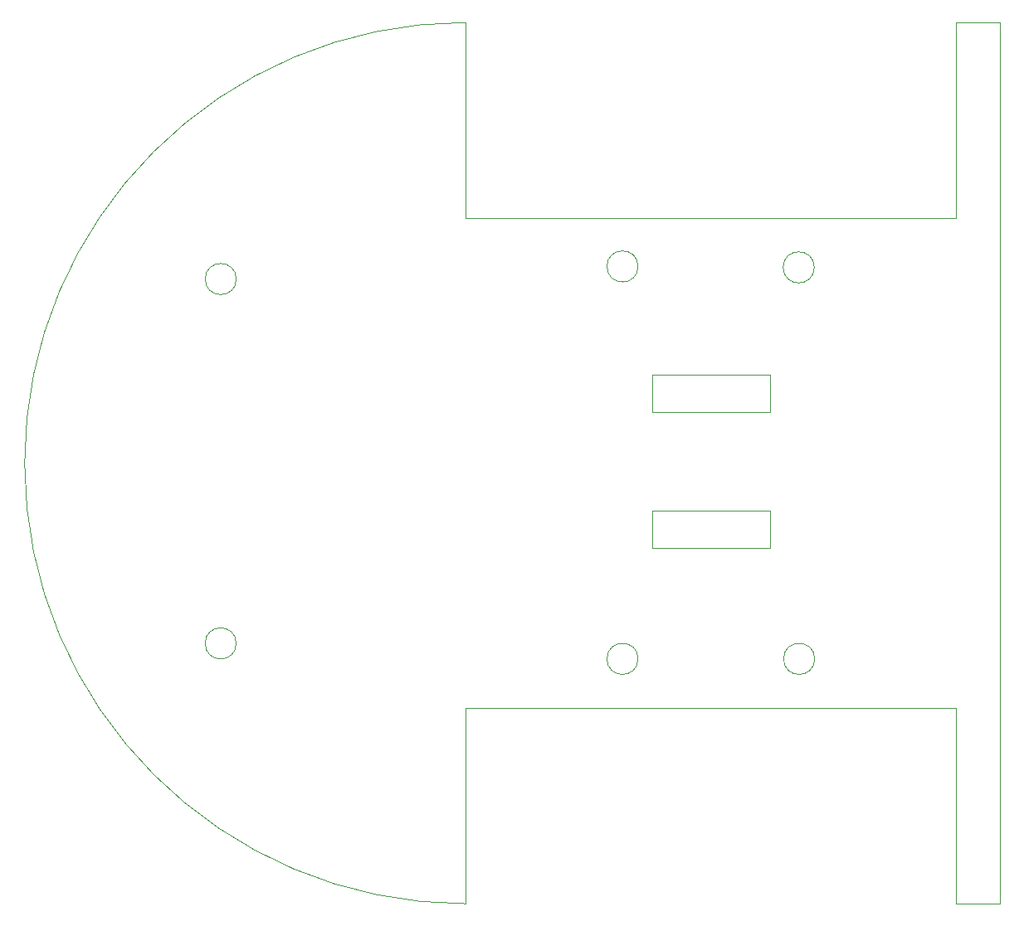
<source format=gbr>
%TF.GenerationSoftware,KiCad,Pcbnew,9.0.5*%
%TF.CreationDate,2025-12-24T21:09:35+07:00*%
%TF.ProjectId,katPCB_2Layers,6b617450-4342-45f3-924c-61796572732e,rev?*%
%TF.SameCoordinates,Original*%
%TF.FileFunction,Profile,NP*%
%FSLAX46Y46*%
G04 Gerber Fmt 4.6, Leading zero omitted, Abs format (unit mm)*
G04 Created by KiCad (PCBNEW 9.0.5) date 2025-12-24 21:09:35*
%MOMM*%
%LPD*%
G01*
G04 APERTURE LIST*
%TA.AperFunction,Profile*%
%ADD10C,0.050000*%
%TD*%
G04 APERTURE END LIST*
D10*
X152538673Y-66007895D02*
X164538673Y-66007895D01*
X164538673Y-69807895D01*
X152538673Y-69807895D01*
X152538673Y-66007895D01*
X169065912Y-55005531D02*
G75*
G02*
X165892000Y-55005531I-1586956J0D01*
G01*
X165892000Y-55005531D02*
G75*
G02*
X169065912Y-55005531I1586956J0D01*
G01*
X152564325Y-79885161D02*
X164564325Y-79885161D01*
X164564325Y-83685161D01*
X152564325Y-83685161D01*
X152564325Y-79885161D01*
X133500000Y-100000000D02*
X133500000Y-120000000D01*
X183500000Y-50000000D02*
X133500000Y-50000000D01*
X151087215Y-94991055D02*
G75*
G02*
X147913303Y-94991055I-1586956J0D01*
G01*
X147913303Y-94991055D02*
G75*
G02*
X151087215Y-94991055I1586956J0D01*
G01*
X110086956Y-93413044D02*
G75*
G02*
X106913044Y-93413044I-1586956J0D01*
G01*
X106913044Y-93413044D02*
G75*
G02*
X110086956Y-93413044I1586956J0D01*
G01*
X110095111Y-56202581D02*
G75*
G02*
X106921199Y-56202581I-1586956J0D01*
G01*
X106921199Y-56202581D02*
G75*
G02*
X110095111Y-56202581I1586956J0D01*
G01*
X188000000Y-120000000D02*
X183500000Y-120000000D01*
X169108000Y-94994469D02*
G75*
G02*
X165934088Y-94994469I-1586956J0D01*
G01*
X165934088Y-94994469D02*
G75*
G02*
X169108000Y-94994469I1586956J0D01*
G01*
X183500000Y-30000000D02*
X183500000Y-50000000D01*
X151086956Y-54913044D02*
G75*
G02*
X147913044Y-54913044I-1586956J0D01*
G01*
X147913044Y-54913044D02*
G75*
G02*
X151086956Y-54913044I1586956J0D01*
G01*
X188000000Y-30000000D02*
X183500000Y-30000000D01*
X183500000Y-120000000D02*
X183500000Y-100000000D01*
X133500000Y-120000000D02*
G75*
G02*
X133500000Y-30000000I0J45000000D01*
G01*
X188000000Y-120000000D02*
X188000000Y-30000000D01*
X183500000Y-100000000D02*
X133500000Y-100000000D01*
X133500000Y-50000000D02*
X133500000Y-30000000D01*
M02*

</source>
